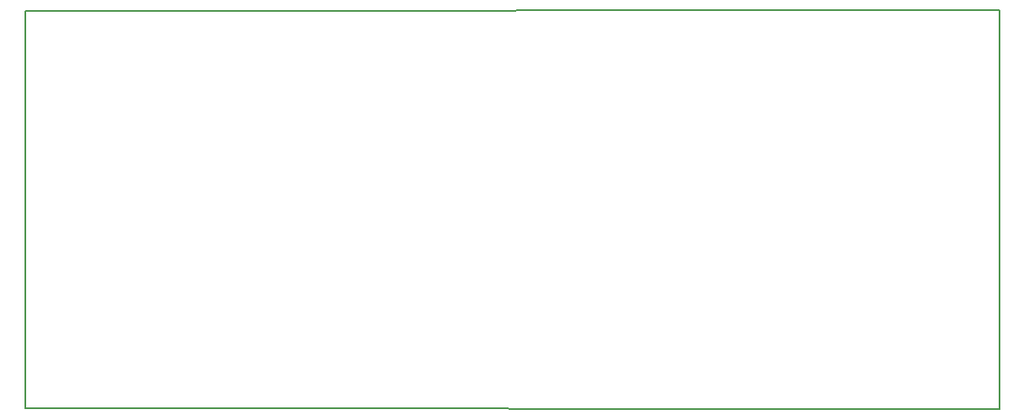
<source format=gbr>
G04 #@! TF.GenerationSoftware,KiCad,Pcbnew,(5.1.4)-1*
G04 #@! TF.CreationDate,2020-07-08T19:25:42+02:00*
G04 #@! TF.ProjectId,SBIO3,5342494f-332e-46b6-9963-61645f706362,rev?*
G04 #@! TF.SameCoordinates,Original*
G04 #@! TF.FileFunction,Other,User*
%FSLAX46Y46*%
G04 Gerber Fmt 4.6, Leading zero omitted, Abs format (unit mm)*
G04 Created by KiCad (PCBNEW (5.1.4)-1) date 2020-07-08 19:25:42*
%MOMM*%
%LPD*%
G04 APERTURE LIST*
%ADD10C,0.150000*%
G04 APERTURE END LIST*
D10*
X75566000Y-172020000D02*
X173355000Y-172085000D01*
X173355000Y-131953000D02*
X173355000Y-172085000D01*
X75566000Y-132015000D02*
X173355000Y-131953000D01*
X75566000Y-132015000D02*
X75566000Y-172020000D01*
M02*

</source>
